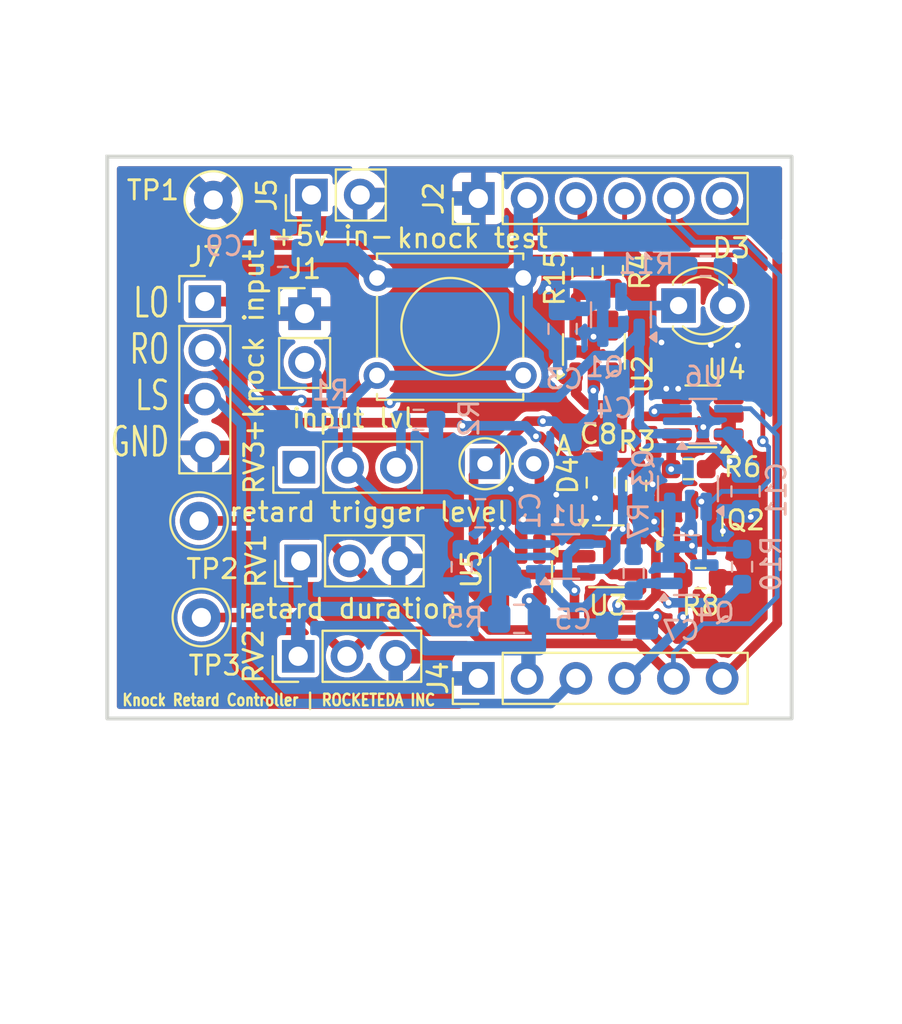
<source format=kicad_pcb>
(kicad_pcb (version 20240108) (generator "pcbnew") (generator_version "8.0")
  (layers (0 "F.Cu" signal) (31 "B.Cu" signal) (34 "B.Paste" user) (35 "F.Paste" user) (36 "B.SilkS" user "B.Silkscreen") (37 "F.SilkS" user "F.Silkscreen") (38 "B.Mask" user) (39 "F.Mask" user) (44 "Edge.Cuts" user))
  (net 0 "")
  (net 1 "GND")
  (net 2 "Net-(D4-K)")
  (net 3 "+5V")
  (net 4 "Net-(U1-IN+)")
  (net 5 "Net-(D4-A)")
  (net 6 "Net-(D3-K)")
  (net 7 "Net-(R2-Pad1)")
  (net 8 "Net-(C1-Pad1)")
  (net 9 "retarder_in")
  (net 10 "Net-(D3-A)")
  (net 12 "Net-(U2-IN)")
  (net 13 "Net-(U4-D)")
  (net 14 "Net-(J1-Pin_2)")
  (net 15 "log_out")
  (net 16 "retarder_out")
  (net 17 "log_sync")
  (net 18 "retard_trig_lvl")
  (net 19 "retarder_trig")
  (net 20 "retard duration")
  (net 21 "Net-(Q3-D)")
  (net 22 "Net-(Q4-G)")
  (footprint "Resistor_SMD:R_0603_1608Metric_Pad0.98x0.95mm_HandSolder" (layer "F.Cu") (at 11.58 19.78 180)
    (property "Reference" "R8" (at 0 -1.43 180) (layer "F.SilkS"))
    (property "Value" "10k")
    (pad "1" smd roundrect (at -0.9125 0 180) (size 0.975 0.95) (layers "F.Cu" "F.Paste" "F.Mask") (net 1 "GND"))
    (pad "2" smd roundrect (at 0.9125 0 180) (size 0.975 0.95) (layers "F.Cu" "F.Paste" "F.Mask") (net 9 "retarder_in"))
  )
  (footprint "Connector_PinHeader_2.54mm:PinHeader_1x02_P2.54mm_Vertical" (layer "F.Cu") (at -9.05 6)
    (property "Reference" "J1" (at 0 -2.33 360) (layer "F.SilkS"))
    (property "Value" "+knock input-" (at -2.65 1.075 90) (layer "F.SilkS"))
    (pad "1" thru_hole rect (at 0 0) (size 1.7 1.7) (drill 1) (layers "*.Cu" "*.Mask") (net 1 "GND"))
    (pad "2" thru_hole oval (at 0 2.54) (size 1.7 1.7) (drill 1) (layers "*.Cu" "*.Mask") (net 14 "Net-(J1-Pin_2)"))
  )
  (footprint "Connector_PinHeader_2.54mm:PinHeader_1x03_P2.54mm_Vertical" (layer "F.Cu") (at -9.385 23.85 90)
    (property "Reference" "RV2" (at 0 -2.33 270) (layer "F.SilkS"))
    (property "Value" "retard duration" (at 2.48 2.58 360) (layer "F.SilkS"))
    (pad "1" thru_hole rect (at 0 0 90) (size 1.7 1.7) (drill 1) (layers "*.Cu" "*.Mask") (net 3 "+5V"))
    (pad "2" thru_hole oval (at 0 2.54 90) (size 1.7 1.7) (drill 1) (layers "*.Cu" "*.Mask") (net 20 "retard duration"))
    (pad "3" thru_hole oval (at 0 5.08 90) (size 1.7 1.7) (drill 1) (layers "*.Cu" "*.Mask") (net 1 "GND"))
  )
  (footprint "Connector_PinHeader_2.54mm:PinHeader_1x04_P2.54mm_Vertical" (layer "F.Cu") (at -14.25 5.37)
    (property "Reference" "J7" (at 0 -2.33 360) (layer "F.SilkS"))
    (property "Value" "Conn_01x04")
    (pad "1" thru_hole rect (at 0 0) (size 1.7 1.7) (drill 1) (layers "*.Cu" "*.Mask") (net 15 "log_out"))
    (pad "2" thru_hole oval (at 0 2.54) (size 1.7 1.7) (drill 1) (layers "*.Cu" "*.Mask") (net 16 "retarder_out"))
    (pad "3" thru_hole oval (at 0 5.08) (size 1.7 1.7) (drill 1) (layers "*.Cu" "*.Mask") (net 17 "log_sync"))
    (pad "4" thru_hole oval (at 0 7.62) (size 1.7 1.7) (drill 1) (layers "*.Cu" "*.Mask") (net 1 "GND"))
  )
  (footprint "Package_TO_SOT_SMD:SOT-23-5_HandSoldering" (layer "F.Cu") (at 2.23 19.6 -90)
    (property "Reference" "U5" (at -0.29 2.59 90) (layer "F.SilkS"))
    (property "Value" "AD8628")
    (pad "1" smd roundrect (at -1.35 -0.95 270) (size 1.56 0.65) (layers "F.Cu" "F.Paste" "F.Mask") (net 5 "Net-(D4-A)"))
    (pad "2" smd roundrect (at -1.35 0 270) (size 1.56 0.65) (layers "F.Cu" "F.Paste" "F.Mask") (net 1 "GND"))
    (pad "3" smd roundrect (at -1.35 0.95 270) (size 1.56 0.65) (layers "F.Cu" "F.Paste" "F.Mask") (net 4 "Net-(U1-IN+)"))
    (pad "4" smd roundrect (at 1.35 0.95 270) (size 1.56 0.65) (layers "F.Cu" "F.Paste" "F.Mask") (net 2 "Net-(D4-K)"))
    (pad "5" smd roundrect (at 1.35 -0.95 270) (size 1.56 0.65) (layers "F.Cu" "F.Paste" "F.Mask") (net 3 "+5V"))
  )
  (footprint "Package_TO_SOT_SMD:SOT-23" (layer "F.Cu") (at 11.1575 16.9075 90)
    (property "Reference" "Q2" (at 0.1475 2.7725 0) (layer "F.SilkS"))
    (property "Value" "AO3400A")
    (pad "1" smd roundrect (at -0.9375 -0.95 90) (size 1.475 0.6) (layers "F.Cu" "F.Paste" "F.Mask") (net 9 "retarder_in"))
    (pad "2" smd roundrect (at -0.9375 0.95 90) (size 1.475 0.6) (layers "F.Cu" "F.Paste" "F.Mask") (net 1 "GND"))
    (pad "3" smd roundrect (at 0.9375 0 90) (size 1.475 0.6) (layers "F.Cu" "F.Paste" "F.Mask") (net 19 "retarder_trig"))
  )
  (footprint "Connector_PinHeader_2.54mm:PinHeader_1x02_P2.54mm_Vertical" (layer "F.Cu") (at -8.695 -0.18 90)
    (property "Reference" "J5" (at 0 -2.33 270) (layer "F.SilkS"))
    (property "Value" "+5v in-" (at -2.13 1.115 0) (layer "F.SilkS"))
    (pad "1" thru_hole rect (at 0 0 90) (size 1.7 1.7) (drill 1) (layers "*.Cu" "*.Mask") (net 3 "+5V"))
    (pad "2" thru_hole oval (at 0 2.54 90) (size 1.7 1.7) (drill 1) (layers "*.Cu" "*.Mask") (net 1 "GND"))
  )
  (footprint "Diode_THT:D_DO-35_SOD27_P2.54mm_Vertical_AnodeUp" (layer "F.Cu") (at 0.345686 13.82)
    (property "Reference" "D4" (at 4.324314 0.61 90) (layer "F.SilkS"))
    (property "Value" "1N4148")
    (fp_text user "A" (at 4.114314 -0.93 360) (layer "F.SilkS"))
    (pad "1" thru_hole rect (at 0 0) (size 1.6 1.6) (drill 0.8) (layers "*.Cu" "*.Mask") (net 2 "Net-(D4-K)"))
    (pad "2" thru_hole oval (at 2.54 0) (size 1.6 1.6) (drill 0.8) (layers "*.Cu" "*.Mask") (net 5 "Net-(D4-A)"))
  )
  (footprint "Package_TO_SOT_SMD:SOT-23-5_HandSoldering" (layer "F.Cu") (at 6.67 18.64)
    (property "Reference" "U3" (at 0.09 2.56 0) (layer "F.SilkS"))
    (property "Value" "AD8628" (hide yes))
    (pad "1" smd roundrect (at -1.35 -0.95) (size 1.56 0.65) (layers "F.Cu" "F.Paste" "F.Mask") (net 15 "log_out"))
    (pad "2" smd roundrect (at -1.35 0) (size 1.56 0.65) (layers "F.Cu" "F.Paste" "F.Mask") (net 1 "GND"))
    (pad "3" smd roundrect (at -1.35 0.95) (size 1.56 0.65) (layers "F.Cu" "F.Paste" "F.Mask") (net 2 "Net-(D4-K)"))
    (pad "4" smd roundrect (at 1.35 0.95) (size 1.56 0.65) (layers "F.Cu" "F.Paste" "F.Mask") (net 15 "log_out"))
    (pad "5" smd roundrect (at 1.35 -0.95) (size 1.56 0.65) (layers "F.Cu" "F.Paste" "F.Mask") (net 3 "+5V"))
  )
  (footprint "Resistor_SMD:R_0603_1608Metric_Pad0.98x0.95mm_HandSolder" (layer "F.Cu") (at 10.9575 14.1)
    (property "Reference" "R6" (at 2.8025 -0.11 360) (layer "F.SilkS"))
    (property "Value" "10k")
    (pad "1" smd roundrect (at -0.9125 0) (size 0.975 0.95) (layers "F.Cu" "F.Paste" "F.Mask") (net 21 "Net-(Q3-D)"))
    (pad "2" smd roundrect (at 0.9125 0) (size 0.975 0.95) (layers "F.Cu" "F.Paste" "F.Mask") (net 3 "+5V"))
  )
  (footprint "Connector_PinHeader_2.54mm:PinHeader_1x03_P2.54mm_Vertical" (layer "F.Cu") (at -9.35 14 90)
    (property "Reference" "RV3" (at 0 -2.33 270) (layer "F.SilkS"))
    (property "Value" "input lvl" (at 2.55 2.81 0) (layer "F.SilkS"))
    (pad "1" thru_hole rect (at 0 0 90) (size 1.7 1.7) (drill 1) (layers "*.Cu" "*.Mask"))
    (pad "2" thru_hole oval (at 0 2.54 90) (size 1.7 1.7) (drill 1) (layers "*.Cu" "*.Mask") (net 8 "Net-(C1-Pad1)"))
    (pad "3" thru_hole oval (at 0 5.08 90) (size 1.7 1.7) (drill 1) (layers "*.Cu" "*.Mask") (net 7 "Net-(R2-Pad1)"))
  )
  (footprint "Resistor_SMD:R_0603_1608Metric_Pad0.98x0.95mm_HandSolder" (layer "F.Cu") (at 7.01 3.7675 -90)
    (property "Reference" "R4" (at 0.03 -1.41 90) (layer "F.SilkS"))
    (property "Value" "10k" (hide yes))
    (pad "1" smd roundrect (at -0.9125 0 270) (size 0.975 0.95) (layers "F.Cu" "F.Paste" "F.Mask") (net 1 "GND"))
    (pad "2" smd roundrect (at 0.9125 0 270) (size 0.975 0.95) (layers "F.Cu" "F.Paste" "F.Mask") (net 12 "Net-(U2-IN)"))
  )
  (footprint "Button_Switch_THT:SW_Tactile_Straight_KSA0Axx1LFTR" (layer "F.Cu") (at -5.28 4.14)
    (property "Reference" "SW1" (hide yes))
    (property "Value" "knock test" (at 4.97 -2.07 180) (layer "F.SilkS"))
    (pad "1" thru_hole circle (at 0 0) (size 1.397 1.397) (drill 0.8128) (layers "*.Cu" "*.Mask") (net 3 "+5V"))
    (pad "1" thru_hole circle (at 7.62 0) (size 1.397 1.397) (drill 0.8128) (layers "*.Cu" "*.Mask") (net 3 "+5V"))
    (pad "2" thru_hole circle (at 0 5.08) (size 1.397 1.397) (drill 0.8128) (layers "*.Cu" "*.Mask") (net 8 "Net-(C1-Pad1)"))
    (pad "2" thru_hole circle (at 7.62 5.08) (size 1.397 1.397) (drill 0.8128) (layers "*.Cu" "*.Mask") (net 8 "Net-(C1-Pad1)"))
  )
  (footprint "TestPoint:TestPoint_Loop_D1.80mm_Drill1.0mm_Beaded" (layer "F.Cu") (at -13.81 0.08)
    (property "Reference" "TP1" (at -3.14 -0.51 0) (layer "F.SilkS"))
    (property "Value" "GND")
    (pad "1" thru_hole circle (at 0 0) (size 2 2) (drill 1) (layers "*.Cu" "*.Mask") (net 1 "GND"))
  )
  (footprint "TestPoint:TestPoint_Loop_D1.80mm_Drill1.0mm_Beaded" (layer "F.Cu") (at -14.43 21.83)
    (property "Reference" "TP3" (at 0.7 2.5 0) (layer "F.SilkS"))
    (property "Value" "~")
    (pad "1" thru_hole circle (at 0 0) (size 2 2) (drill 1) (layers "*.Cu" "*.Mask") (net 20 "retard duration"))
  )
  (footprint "Resistor_SMD:R_0603_1608Metric_Pad0.98x0.95mm_HandSolder" (layer "F.Cu") (at 5.42 3.8875 -90)
    (property "Reference" "R15" (at 0.2625 1.44 90) (layer "F.SilkS"))
    (property "Value" "100" (hide yes))
    (pad "1" smd roundrect (at -0.9125 0 270) (size 0.975 0.95) (layers "F.Cu" "F.Paste" "F.Mask") (net 17 "log_sync"))
    (pad "2" smd roundrect (at 0.9125 0 270) (size 0.975 0.95) (layers "F.Cu" "F.Paste" "F.Mask") (net 12 "Net-(U2-IN)"))
  )
  (footprint "LED_THT:LED_D3.0mm" (layer "F.Cu") (at 10.43 5.58)
    (property "Reference" "D3" (at 2.745 -2.99 360) (layer "F.SilkS"))
    (property "Value" "retarder active" (hide yes))
    (pad "1" thru_hole rect (at 0 0) (size 1.8 1.8) (drill 0.9) (layers "*.Cu" "*.Mask") (net 6 "Net-(D3-K)"))
    (pad "2" thru_hole circle (at 2.54 0) (size 1.8 1.8) (drill 0.9) (layers "*.Cu" "*.Mask") (net 10 "Net-(D3-A)"))
  )
  (footprint "Connector_PinHeader_2.54mm:PinHeader_1x03_P2.54mm_Vertical" (layer "F.Cu") (at -9.255 18.88 90)
    (property "Reference" "RV1" (at 0 -2.33 270) (layer "F.SilkS"))
    (property "Value" "retard trigger level" (at 2.55 3.525 360) (layer "F.SilkS"))
    (pad "1" thru_hole rect (at 0 0 90) (size 1.7 1.7) (drill 1) (layers "*.Cu" "*.Mask") (net 3 "+5V"))
    (pad "2" thru_hole oval (at 0 2.54 90) (size 1.7 1.7) (drill 1) (layers "*.Cu" "*.Mask") (net 18 "retard_trig_lvl"))
    (pad "3" thru_hole oval (at 0 5.08 90) (size 1.7 1.7) (drill 1) (layers "*.Cu" "*.Mask") (net 1 "GND"))
  )
  (footprint "Package_TO_SOT_SMD:SOT-23-6_Handsoldering" (layer "F.Cu") (at 6.02 7.97 90)
    (property "Reference" "U2" (at -1.19 2.53 270) (layer "F.SilkS"))
    (property "Value" "ADG601" (hide yes))
    (pad "1" smd roundrect (at -1.35 -0.95 90) (size 1.56 0.65) (layers "F.Cu" "F.Paste" "F.Mask") (net 3 "+5V"))
    (pad "2" smd roundrect (at -1.35 0 90) (size 1.56 0.65) (layers "F.Cu" "F.Paste" "F.Mask") (net 2 "Net-(D4-K)"))
    (pad "3" smd roundrect (at -1.35 0.95 90) (size 1.56 0.65) (layers "F.Cu" "F.Paste" "F.Mask") (net 1 "GND"))
    (pad "4" smd roundrect (at 1.35 0.95 90) (size 1.56 0.65) (layers "F.Cu" "F.Paste" "F.Mask") (net 1 "GND"))
    (pad "5" smd roundrect (at 1.35 0 90) (size 1.56 0.65) (layers "F.Cu" "F.Paste" "F.Mask") (net 1 "GND"))
    (pad "6" smd roundrect (at 1.35 -0.95 90) (size 1.56 0.65) (layers "F.Cu" "F.Paste" "F.Mask") (net 12 "Net-(U2-IN)"))
  )
  (footprint "Connector_PinHeader_2.54mm:PinHeader_1x06_P2.54mm_Vertical" (layer "F.Cu") (at 0 25 90)
    (property "Reference" "J4" (at 0.02 -2.1 270) (layer "F.SilkS"))
    (property "Value" "Conn_01x06")
    (pad "1" thru_hole rect (at 0 0 90) (size 1.7 1.7) (drill 1) (layers "*.Cu" "*.Mask") (net 1 "GND"))
    (pad "2" thru_hole oval (at 0 2.54 90) (size 1.7 1.7) (drill 1) (layers "*.Cu" "*.Mask") (net 3 "+5V"))
    (pad "3" thru_hole oval (at 0 5.08 90) (size 1.7 1.7) (drill 1) (layers "*.Cu" "*.Mask") (net 17 "log_sync"))
    (pad "4" thru_hole oval (at 0 7.62 90) (size 1.7 1.7) (drill 1) (layers "*.Cu" "*.Mask") (net 9 "retarder_in"))
    (pad "5" thru_hole oval (at 0 10.16 90) (size 1.7 1.7) (drill 1) (layers "*.Cu" "*.Mask") (net 20 "retard duration"))
    (pad "6" thru_hole oval (at 0 12.7 90) (size 1.7 1.7) (drill 1) (layers "*.Cu" "*.Mask") (net 18 "retard_trig_lvl"))
  )
  (footprint "Resistor_SMD:R_0603_1608Metric_Pad0.98x0.95mm_HandSolder" (layer "F.Cu") (at 8.22 14.96 90)
    (property "Reference" "R3" (at 2.31 0.05 0) (layer "F.SilkS"))
    (property "Value" "10M" (hide yes))
    (pad "1" smd roundrect (at -0.9125 0 90) (size 0.975 0.95) (layers "F.Cu" "F.Paste" "F.Mask") (net 1 "GND"))
    (pad "2" smd roundrect (at 0.9125 0 90) (size 0.975 0.95) (layers "F.Cu" "F.Paste" "F.Mask") (net 13 "Net-(U4-D)"))
  )
  (footprint "TestPoint:TestPoint_Loop_D1.80mm_Drill1.0mm_Beaded" (layer "F.Cu") (at -14.55 16.8)
    (property "Reference" "TP2" (at 0.7 2.5 0) (layer "F.SilkS"))
    (property "Value" "retard trigger level")
    (pad "1" thru_hole circle (at 0 0) (size 2 2) (drill 1) (layers "*.Cu" "*.Mask") (net 18 "retard_trig_lvl"))
  )
  (footprint "Package_TO_SOT_SMD:SOT-23-6_Handsoldering" (layer "F.Cu") (at 11.69 11.35 180)
    (property "Reference" "U4" (at -1.24 2.45 180) (layer "F.SilkS"))
    (property "Value" "ADG601")
    (pad "1" smd roundrect (at -1.35 -0.95 180) (size 1.56 0.65) (layers "F.Cu" "F.Paste" "F.Mask") (net 3 "+5V"))
    (pad "2" smd roundrect (at -1.35 0 180) (size 1.56 0.65) (layers "F.Cu" "F.Paste" "F.Mask") (net 3 "+5V"))
    (pad "3" smd roundrect (at -1.35 0.95 180) (size 1.56 0.65) (layers "F.Cu" "F.Paste" "F.Mask") (net 1 "GND"))
    (pad "4" smd roundrect (at 1.35 0.95 180) (size 1.56 0.65) (layers "F.Cu" "F.Paste" "F.Mask") (net 1 "GND"))
    (pad "5" smd roundrect (at 1.35 0 180) (size 1.56 0.65) (layers "F.Cu" "F.Paste" "F.Mask") (net 13 "Net-(U4-D)"))
    (pad "6" smd roundrect (at 1.35 -0.95 180) (size 1.56 0.65) (layers "F.Cu" "F.Paste" "F.Mask") (net 21 "Net-(Q3-D)"))
  )
  (footprint "Connector_PinHeader_2.54mm:PinHeader_1x06_P2.54mm_Vertical" (layer "F.Cu") (at 0 0 90)
    (property "Reference" "J2" (at 0 -2.33 90) (layer "F.SilkS"))
    (property "Value" "Conn_01x06")
    (pad "1" thru_hole rect (at 0 0 90) (size 1.7 1.7) (drill 1) (layers "*.Cu" "*.Mask") (net 1 "GND"))
    (pad "2" thru_hole oval (at 0 2.54 90) (size 1.7 1.7) (drill 1) (layers "*.Cu" "*.Mask") (net 3 "+5V"))
    (pad "3" thru_hole oval (at 0 5.08 90) (size 1.7 1.7) (drill 1) (layers "*.Cu" "*.Mask") (net 17 "log_sync"))
    (pad "4" thru_hole oval (at 0 7.62 90) (size 1.7 1.7) (drill 1) (layers "*.Cu" "*.Mask") (net 19 "retarder_trig"))
    (pad "5" thru_hole oval (at 0 10.16 90) (size 1.7 1.7) (drill 1) (layers "*.Cu" "*.Mask") (net 20 "retard duration"))
    (pad "6" thru_hole oval (at 0 12.7 90) (size 1.7 1.7) (drill 1) (layers "*.Cu" "*.Mask") (net 18 "retard_trig_lvl"))
  )
  (footprint "Capacitor_SMD:C_0805_2012Metric_Pad1.18x1.45mm_HandSolder" (layer "F.Cu") (at 6.38 14.8 90)
    (property "Reference" "C8" (at 2.52 -0.12 0) (layer "F.SilkS"))
    (property "Value" "1uF")
    (pad "1" smd roundrect (at -1.0375 0 90) (size 1.175 1.45) (layers "F.Cu" "F.Paste" "F.Mask") (roundrect_rratio 0.212766) (net 1 "GND"))
    (pad "2" smd roundrect (at 1.0375 0 90) (size 1.175 1.45) (layers "F.Cu" "F.Paste" "F.Mask") (roundrect_rratio 0.212766) (net 13 "Net-(U4-D)"))
  )
  (footprint "Package_TO_SOT_SMD:SOT-23" (layer "B.Cu") (at 7.43 6.06 90)
    (property "Reference" "Q1" (at -2.72 -0.84 0) (layer "B.SilkS") (effects (justify mirror)))
    (property "Value" "AO3400A")
    (pad "1" smd roundrect (at -0.9375 0.95 90) (size 1.475 0.6) (layers "B.Cu" "B.Paste" "B.Mask") (net 16 "retarder_out"))
    (pad "2" smd roundrect (at -0.9375 -0.95 90) (size 1.475 0.6) (layers "B.Cu" "B.Paste" "B.Mask") (net 1 "GND"))
    (pad "3" smd roundrect (at 0.9375 0 90) (size 1.475 0.6) (layers "B.Cu" "B.Paste" "B.Mask") (net 6 "Net-(D3-K)"))
  )
  (footprint "Package_TO_SOT_SMD:SOT-23" (layer "B.Cu") (at 10.84 19.1)
    (property "Reference" "Q4" (at 1.51 2.47 360) (layer "B.SilkS") (effects (justify mirror)))
    (property "Value" "AO3400A")
    (pad "1" smd roundrect (at -0.9375 0.95) (size 1.475 0.6) (layers "B.Cu" "B.Paste" "B.Mask") (net 22 "Net-(Q4-G)"))
    (pad "2" smd roundrect (at -0.9375 -0.95) (size 1.475 0.6) (layers "B.Cu" "B.Paste" "B.Mask") (net 1 "GND"))
    (pad "3" smd roundrect (at 0.9375 0) (size 1.475 0.6) (layers "B.Cu" "B.Paste" "B.Mask") (net 19 "retarder_trig"))
  )
  (footprint "Resistor_SMD:R_0603_1608Metric_Pad0.98x0.95mm_HandSolder" (layer "B.Cu") (at -3.12 11.53)
    (property "Reference" "R2" (at 2.6425 -0.085 90) (layer "B.SilkS") (effects (justify mirror)))
    (property "Value" "100k" (hide yes))
    (pad "1" smd roundrect (at -0.9125 0) (size 0.975 0.95) (layers "B.Cu" "B.Paste" "B.Mask") (net 7 "Net-(R2-Pad1)"))
    (pad "2" smd roundrect (at 0.9125 0) (size 0.975 0.95) (layers "B.Cu" "B.Paste" "B.Mask") (net 1 "GND"))
  )
  (footprint "Capacitor_SMD:C_0805_2012Metric_Pad1.18x1.45mm_HandSolder" (layer "B.Cu") (at 13.92 15.26 90)
    (property "Reference" "C11" (at 0.07 1.61 270) (layer "B.SilkS") (effects (justify mirror)))
    (property "Value" "100nF" (hide yes))
    (pad "1" smd roundrect (at -1.0375 0 90) (size 1.175 1.45) (layers "B.Cu" "B.Paste" "B.Mask") (roundrect_rratio 0.212766) (net 1 "GND"))
    (pad "2" smd roundrect (at 1.0375 0 90) (size 1.175 1.45) (layers "B.Cu" "B.Paste" "B.Mask") (roundrect_rratio 0.212766) (net 3 "+5V"))
  )
  (footprint "Package_TO_SOT_SMD:SOT-353_SC-70-5_Handsoldering" (layer "B.Cu") (at 4.56 18.65)
    (property "Reference" "U1" (at 0.1 -2.1125 360) (layer "B.SilkS") (effects (justify mirror)))
    (property "Value" "NCS2250" (hide yes))
    (pad "1" smd roundrect (at -1.33 0.65) (size 1.5 0.4) (layers "B.Cu" "B.Paste" "B.Mask") (net 22 "Net-(Q4-G)"))
    (pad "2" smd roundrect (at -1.33 0) (size 1.5 0.4) (layers "B.Cu" "B.Paste" "B.Mask") (net 1 "GND"))
    (pad "3" smd roundrect (at -1.33 -0.65) (size 1.5 0.4) (layers "B.Cu" "B.Paste" "B.Mask") (net 4 "Net-(U1-IN+)"))
    (pad "4" smd roundrect (at 1.33 -0.65) (size 1.5 0.4) (layers "B.Cu" "B.Paste" "B.Mask") (net 18 "retard_trig_lvl"))
    (pad "5" smd roundrect (at 1.33 0.65) (size 1.5 0.4) (layers "B.Cu" "B.Paste" "B.Mask") (net 3 "+5V"))
  )
  (footprint "Resistor_SMD:R_0603_1608Metric_Pad0.98x0.95mm_HandSolder" (layer "B.Cu") (at 13.74 19.1825 -90)
    (property "Reference" "R10" (at -0.1525 -1.51 90) (layer "B.SilkS") (effects (justify mirror)))
    (property "Value" "10k")
    (pad "1" smd roundrect (at -0.9125 0 270) (size 0.975 0.95) (layers "B.Cu" "B.Paste" "B.Mask") (net 19 "retarder_trig"))
    (pad "2" smd roundrect (at 0.9125 0 270) (size 0.975 0.95) (layers "B.Cu" "B.Paste" "B.Mask") (net 3 "+5V"))
  )
  (footprint "Capacitor_SMD:C_0805_2012Metric_Pad1.18x1.45mm_HandSolder" (layer "B.Cu") (at -10.1825 2.83 180)
    (property "Reference" "C9" (at 3.07 0.35 180) (layer "B.SilkS") (effects (justify mirror)))
    (property "Value" "10uF" (hide yes))
    (pad "1" smd roundrect (at -1.0375 0 180) (size 1.175 1.45) (layers "B.Cu" "B.Paste" "B.Mask") (roundrect_rratio 0.212766) (net 3 "+5V"))
    (pad "2" smd roundrect (at 1.0375 0 180) (size 1.175 1.45) (layers "B.Cu" "B.Paste" "B.Mask") (roundrect_rratio 0.212766) (net 1 "GND"))
  )
  (footprint "Package_TO_SOT_SMD:SOT-23" (layer "B.Cu") (at 10.92 15.1225 90)
    (property "Reference" "Q3" (at 1.0825 -2.34 270) (layer "B.SilkS") (effects (justify mirror)))
    (property "Value" "AO3400A")
    (pad "1" smd roundrect (at -0.9375 0.95 90) (size 1.475 0.6) (layers "B.Cu" "B.Paste" "B.Mask") (net 19 "retarder_trig"))
    (pad "2" smd roundrect (at -0.9375 -0.95 90) (size 1.475 0.6) (layers "B.Cu" "B.Paste" "B.Mask") (net 1 "GND"))
    (pad "3" smd roundrect (at 0.9375 0 90) (size 1.475 0.6) (layers "B.Cu" "B.Paste" "B.Mask") (net 21 "Net-(Q3-D)"))
  )
  (footprint "Capacitor_SMD:C_0805_2012Metric_Pad1.18x1.45mm_HandSolder" (layer "B.Cu") (at 4.39 6.7925 -90)
    (property "Reference" "C3" (at 2.6175 -0.08 180) (layer "B.SilkS") (effects (justify mirror)))
    (property "Value" "100nF")
    (pad "1" smd roundrect (at -1.0375 0 270) (size 1.175 1.45) (layers "B.Cu" "B.Paste" "B.Mask") (roundrect_rratio 0.212766) (net 1 "GND"))
    (pad "2" smd roundrect (at 1.0375 0 270) (size 1.175 1.45) (layers "B.Cu" "B.Paste" "B.Mask") (roundrect_rratio 0.212766) (net 3 "+5V"))
  )
  (footprint "Capacitor_SMD:C_0805_2012Metric_Pad1.18x1.45mm_HandSolder" (layer "B.Cu") (at 2.12 21.9)
    (property "Reference" "C5" (at 2.8175 0.03 0) (layer "B.SilkS") (effects (justify mirror)))
    (property "Value" "100nF" (hide yes))
    (pad "1" smd roundrect (at -1.0375 0) (size 1.175 1.45) (layers "B.Cu" "B.Paste" "B.Mask") (roundrect_rratio 0.212766) (net 1 "GND"))
    (pad "2" smd roundrect (at 1.0375 0) (size 1.175 1.45) (layers "B.Cu" "B.Paste" "B.Mask") (roundrect_rratio 0.212766) (net 3 "+5V"))
  )
  (footprint "Resistor_SMD:R_0603_1608Metric_Pad0.98x0.95mm_HandSolder" (layer "B.Cu") (at 11.8375 3.52 180)
    (property "Reference" "R11" (at 3.0975 0.11 180) (layer "B.SilkS") (effects (justify mirror)))
    (property "Value" "300" (hide yes))
    (pad "1" smd roundrect (at -0.9125 0 180) (size 0.975 0.95) (layers "B.Cu" "B.Paste" "B.Mask") (net 10 "Net-(D3-A)"))
    (pad "2" smd roundrect (at 0.9125 0 180) (size 0.975 0.95) (layers "B.Cu" "B.Paste" "B.Mask") (net 3 "+5V"))
  )
  (footprint "Capacitor_SMD:C_0805_2012Metric_Pad1.18x1.45mm_HandSolder" (layer "B.Cu") (at 0.1 16.4)
    (property "Reference" "C1" (at 2.61 -0.14 90) (layer "B.SilkS") (effects (justify mirror)))
    (property "Value" "100nF" (hide yes))
    (pad "1" smd roundrect (at -1.0375 0) (size 1.175 1.45) (layers "B.Cu" "B.Paste" "B.Mask") (roundrect_rratio 0.212766) (net 8 "Net-(C1-Pad1)"))
    (pad "2" smd roundrect (at 1.0375 0) (size 1.175 1.45) (layers "B.Cu" "B.Paste" "B.Mask") (roundrect_rratio 0.212766) (net 4 "Net-(U1-IN+)"))
  )
  (footprint "Resistor_SMD:R_0603_1608Metric_Pad0.98x0.95mm_HandSolder" (layer "B.Cu") (at 8.09 19.52 -90)
    (property "Reference" "R7" (at -2.7175 -0.26 90) (layer "B.SilkS") (effects (justify mirror)))
    (property "Value" "10k")
    (pad "1" smd roundrect (at -0.9125 0 270) (size 0.975 0.95) (layers "B.Cu" "B.Paste" "B.Mask") (net 1 "GND"))
    (pad "2" smd roundrect (at 0.9125 0 270) (size 0.975 0.95) (layers "B.Cu" "B.Paste" "B.Mask") (net 22 "Net-(Q4-G)"))
  )
  (footprint "Capacitor_SMD:C_0805_2012Metric_Pad1.18x1.45mm_HandSolder" (layer "B.Cu") (at 5.83 12.44 180)
    (property "Reference" "C4" (at -1.26 1.51 180) (layer "B.SilkS") (effects (justify mirror)))
    (property "Value" "100nF" (hide yes))
    (pad "1" smd roundrect (at -1.0375 0 180) (size 1.175 1.45) (layers "B.Cu" "B.Paste" "B.Mask") (roundrect_rratio 0.212766) (net 1 "GND"))
    (pad "2" smd roundrect (at 1.0375 0 180) (size 1.175 1.45) (layers "B.Cu" "B.Paste" "B.Mask") (roundrect_rratio 0.212766) (net 2 "Net-(D4-K)"))
  )
  (footprint "Resistor_SMD:R_0603_1608Metric_Pad0.98x0.95mm_HandSolder" (layer "B.Cu") (at -7.5 11.41)
    (property "Reference" "R1" (at -0.2075 -1.41 360) (layer "B.SilkS") (effects (justify mirror)))
    (property "Value" "2.7M" (hide yes))
    (pad "1" smd roundrect (at -0.9125 0) (size 0.975 0.95) (layers "B.Cu" "B.Paste" "B.Mask") (net 14 "Net-(J1-Pin_2)"))
    (pad "2" smd roundrect (at 0.9125 0) (size 0.975 0.95) (layers "B.Cu" "B.Paste" "B.Mask") (net 8 "Net-(C1-Pad1)"))
  )
  (footprint "Package_TO_SOT_SMD:SOT-353_SC-70-5_Handsoldering" (layer "B.Cu") (at 11.7 11.6025)
    (property "Reference" "U6" (at 0.0375 -2.33 360) (layer "B.SilkS") (effects (justify mirror)))
    (property "Value" "NCS2250" (hide yes))
    (pad "1" smd roundrect (at -1.33 0.65) (size 1.5 0.4) (layers "B.Cu" "B.Paste" "B.Mask") (net 16 "retarder_out"))
    (pad "2" smd roundrect (at -1.33 0) (size 1.5 0.4) (layers "B.Cu" "B.Paste" "B.Mask") (net 1 "GND"))
    (pad "3" smd roundrect (at -1.33 -0.65) (size 1.5 0.4) (layers "B.Cu" "B.Paste" "B.Mask") (net 13 "Net-(U4-D)"))
    (pad "4" smd roundrect (at 1.33 -0.65) (size 1.5 0.4) (layers "B.Cu" "B.Paste" "B.Mask") (net 20 "retard duration"))
    (pad "5" smd roundrect (at 1.33 0.65) (size 1.5 0.4) (layers "B.Cu" "B.Paste" "B.Mask") (net 3 "+5V"))
  )
  (footprint "Resistor_SMD:R_0603_1608Metric_Pad0.98x0.95mm_HandSolder" (layer "B.Cu") (at -0.87 19.1925 -90)
    (property "Reference" "R5" (at 2.64 -0.16 180) (layer "B.SilkS") (effects (justify mirror)))
    (property "Value" "3M")
    (pad "1" smd roundrect (at -0.9125 0 270) (size 0.975 0.95) (layers "B.Cu" "B.Paste" "B.Mask") (net 4 "Net-(U1-IN+)"))
    (pad "2" smd roundrect (at 0.9125 0 270) (size 0.975 0.95) (layers "B.Cu" "B.Paste" "B.Mask") (net 1 "GND"))
  )
  (footprint "Capacitor_SMD:C_0805_2012Metric_Pad1.18x1.45mm_HandSolder" (layer "B.Cu") (at 7.7375 22.25 180)
    (property "Reference" "C7" (at -2.8125 -0.26 180) (layer "B.SilkS") (effects (justify mirror)))
    (property "Value" "100nF")
    (pad "1" smd roundrect (at -1.0375 0 180) (size 1.175 1.45) (layers "B.Cu" "B.Paste" "B.Mask") (roundrect_rratio 0.212766) (net 1 "GND"))
    (pad "2" smd roundrect (at 1.0375 0 180) (size 1.175 1.45) (layers "B.Cu" "B.Paste" "B.Mask") (roundrect_rratio 0.212766) (net 3 "+5V"))
  )
  (gr_rect (start -19.33 -2.18) (end 16.32 27.09) (stroke (width 0.2)) (fill none) (layer "Edge.Cuts"))
  (gr_text "LO\nRO\nLS\nGND" (at -16.01 13.56 0) (layer "F.SilkS") (effects (font (size 1.5 1)) (justify right bottom)))
  (gr_text "Knock Retard Controller | ROCKETEDA INC" (at -18.61 26.48 0) (layer "F.SilkS") (effects (font (size 0.6 0.5) (thickness 0.125) (bold yes)) (justify left bottom)))
  (via (at 9.26 21.78) (size 0.6) (drill 0.3) (layers "F.Cu" "B.Cu") (net 1))
  (via (at 9.79 9.91) (size 0.6) (drill 0.3) (layers "F.Cu" "B.Cu") (net 1))
  (via (at 1.69 15.13) (size 0.6) (drill 0.3) (layers "F.Cu" "B.Cu") (net 1))
  (via (at 6 7.2) (size 0.6) (drill 0.3) (layers "F.Cu" "B.Cu") (net 1))
  (via (at 10.41 9.91) (size 0.6) (drill 0.3) (layers "F.Cu" "B.Cu") (net 1))
  (via (at 11.72 11.91) (size 0.6) (drill 0.3) (layers "F.Cu" "B.Cu") (net 1))
  (via (at 11.13 18.09) (size 0.6) (drill 0.3) (layers "F.Cu" "B.Cu") (net 1))
  (via (at 6.08 15.61) (size 0.6) (drill 0.3) (layers "F.Cu" "B.Cu") (net 1))
  (via (at 12.74 17.33) (size 0.6) (drill 0.3) (layers "F.Cu" "B.Cu") (net 1))
  (via (at 2.33 16.72) (size 0.6) (drill 0.3) (layers "F.Cu" "B.Cu") (net 1))
  (via (at 9.08 14.89) (size 0.6) (drill 0.3) (layers "F.Cu" "B.Cu") (net 1))
  (via (at 12.11 7.63) (size 0.6) (drill 0.3) (layers "F.Cu" "B.Cu") (net 1))
  (via (at 13.52 7.65) (size 0.6) (drill 0.3) (layers "F.Cu" "B.Cu") (net 1))
  (via (at 3.65 4.7) (size 0.6) (drill 0.3) (layers "F.Cu" "B.Cu") (net 1))
  (via (at 4.06 15.43) (size 0.6) (drill 0.3) (layers "F.Cu" "B.Cu") (net 1))
  (via (at 9.16 16.83) (size 0.6) (drill 0.3) (layers "F.Cu" "B.Cu") (net 1))
  (via (at 9.54 7.5) (size 0.6) (drill 0.3) (layers "F.Cu" "B.Cu") (net 1))
  (via (at 14.19 16.59) (size 0.6) (drill 0.3) (layers "F.Cu" "B.Cu") (net 1))
  (via (at 6.24 16.65) (size 0.6) (drill 0.3) (layers "F.Cu" "B.Cu") (net 1))
  (via (at 11.08 17.4) (size 0.6) (drill 0.3) (layers "F.Cu" "B.Cu") (net 1))
  (via (at 4.07 16.76) (size 0.6) (drill 0.3) (layers "F.Cu" "B.Cu") (net 1))
  (segment (start 3.36 11.6) (end 2.565686 11.6) (width 0.5) (layer "F.Cu") (net 2))
  (segment (start 1.28 20.95) (end 1.28 19.59) (width 0.5) (layer "F.Cu") (net 2))
  (segment (start -0.25 19.03) (end -0.25 14.415686) (width 0.5) (layer "F.Cu") (net 2))
  (segment (start 2.565686 11.6) (end 0.345686 13.82) (width 0.5) (layer "F.Cu") (net 2))
  (segment (start 6.02 9.98) (end 5.99 10.01) (width 0.5) (layer "F.Cu") (net 2))
  (segment (start 0.31 19.59) (end -0.25 19.03) (width 0.5) (layer "F.Cu") (net 2))
  (segment (start -0.25 14.415686) (end 0.345686 13.82) (width 0.5) (layer "F.Cu") (net 2))
  (segment (start 6.02 9.32) (end 6.02 9.98) (width 0.5) (layer "F.Cu") (net 2))
  (segment (start 1.28 19.59) (end 5.32 19.59) (width 0.5) (layer "F.Cu") (net 2))
  (segment (start 1.28 19.59) (end 0.31 19.59) (width 0.5) (layer "F.Cu") (net 2))
  (via (at 5.99 10.01) (size 0.6) (drill 0.3) (layers "F.Cu" "B.Cu") (net 2))
  (via (at 3.36 11.6) (size 0.6) (drill 0.3) (layers "F.Cu" "B.Cu") (net 2))
  (segment (start 3.9525 11.6) (end 4.7925 12.44) (width 0.5) (layer "B.Cu") (net 2))
  (segment (start 5.99 10.01) (end 5.99 11.2425) (width 0.5) (layer "B.Cu") (net 2))
  (segment (start 3.36 11.6) (end 3.9525 11.6) (width 0.5) (layer "B.Cu") (net 2))
  (segment (start 5.99 11.2425) (end 4.7925 12.44) (width 0.5) (layer "B.Cu") (net 2))
  (segment (start 10.750708 9.16) (end 9.41 9.16) (width 0.5) (layer "F.Cu") (net 3))
  (segment (start 8.7575 21.1825) (end 7.27 21.1825) (width 0.5) (layer "F.Cu") (net 3))
  (segment (start 7.81 10.76) (end 5.679339 10.76) (width 0.5) (layer "F.Cu") (net 3))
  (segment (start 13.04 11.35) (end 12.260001 11.35) (width 0.5) (layer "F.Cu") (net 3))
  (segment (start 11.66 10.069292) (end 10.750708 9.16) (width 0.5) (layer "F.Cu") (net 3))
  (segment (start 9.91 21.06) (end 9.54 20.69) (width 0.5) (layer "F.Cu") (net 3))
  (segment (start 13.04 11.35) (end 13.04 12.3) (width 0.75) (layer "F.Cu") (net 3))
  (segment (start 2.64 20.94) (end 3.17 20.94) (width 0.75) (layer "F.Cu") (net 3))
  (segment (start 13.04 12.93) (end 13.04 12.3) (width 0.75) (layer "F.Cu") (net 3))
  (segment (start 5.679339 10.76) (end 5.07 10.150661) (width 0.5) (layer "F.Cu") (net 3))
  (segment (start 3.17 20.94) (end 3.18 20.95) (width 0.75) (layer "F.Cu") (net 3))
  (segment (start 5.07 10.150661) (end 5.07 9.32) (width 0.5) (layer "F.Cu") (net 3))
  (segment (start 9.41 9.16) (end 7.81 10.76) (width 0.5) (layer "F.Cu") (net 3))
  (segment (start 5.07 9.32) (end 4.52 9.32) (width 0.75) (layer "F.Cu") (net 3))
  (segment (start 4.52 9.32) (end 4.26 9.06) (width 0.75) (layer "F.Cu") (net 3))
  (segment (start 9.25 18.13) (end 9.25 20.69) (width 0.5) (layer "F.Cu") (net 3))
  (segment (start 7.55 17.22) (end 8.02 17.69) (width 0.5) (layer "F.Cu") (net 3))
  (segment (start 8.81 17.69) (end 9.25 18.13) (width 0.5) (layer "F.Cu") (net 3))
  (segment (start 11.87 14.1) (end 12.63 13.34) (width 0.75) (layer "F.Cu") (net 3))
  (segment (start 9.25 20.69) (end 8.7575 21.1825) (width 0.5) (layer "F.Cu") (net 3))
  (segment (start 7.52 17.22) (end 7.55 17.22) (width 0.5) (layer "F.Cu") (net 3))
  (segment (start 13.09 13.7) (end 12.99 13.7) (width 0.75) (layer "F.Cu") (net 3))
  (segment (start 12.99 13.7) (end 12.63 13.34) (width 0.75) (layer "F.Cu") (net 3))
  (segment (start 12.63 13.34) (end 13.04 12.93) (width 0.75) (layer "F.Cu") (net 3))
  (segment (start 8.02 17.69) (end 8.81 17.69) (width 0.5) (layer "F.Cu") (net 3))
  (segment (start 9.54 20.69) (end 9.25 20.69) (width 0.5) (layer "F.Cu") (net 3))
  (segment (start 11.66 10.749999) (end 11.66 10.069292) (width 0.5) (layer "F.Cu") (net 3))
  (segment (start 12.260001 11.35) (end 11.66 10.749999) (width 0.5) (layer "F.Cu") (net 3))
  (via (at 4.26 9.06) (size 0.6) (drill 0.3) (layers "F.Cu" "B.Cu") (net 3))
  (via (at 13.09 13.7) (size 0.6) (drill 0.3) (layers "F.Cu" "B.Cu") (net 3))
  (via (at 7.52 17.22) (size 0.6) (drill 0.3) (layers "F.Cu" "B.Cu") (net 3))
  (via (at 2.64 20.94) (size 0.6) (drill 0.3) (layers "F.Cu" "B.Cu") (net 3))
  (via (at 9.91 21.06) (size 0.6) (drill 0.3) (layers "F.Cu" "B.Cu") (net 3))
  (via (at 7.27 21.1825) (size 0.6) (drill 0.3) (layers "F.Cu" "B.Cu") (net 3))
  (segment (start -2.709745 23.43) (end -4.759745 21.38) (width 0.75) (layer "B.Cu") (net 3))
  (segment (start -5.28 4.14) (end 2.34 4.14) (width 1) (layer "B.Cu") (net 3))
  (segment (start 13.92 13.1425) (end 13.03 12.2525) (width 0.75) (layer "B.Cu") (net 3))
  (segment (start 2.34 5.86793) (end 4.30207 7.83) (width 1) (layer "B.Cu") (net 3))
  (segment (start 2.96 3.52) (end 2.34 4.14) (width 1) (layer "B.Cu") (net 3))
  (segment (start 13.6125 14.2225) (end 13.09 13.7) (width 0.75) (layer "B.Cu") (net 3))
  (segment (start -8.695 2.38) (end -9.145 2.83) (width 1) (layer "B.Cu") (net 3))
  (segment (start 3.1575 23.43) (end -2.709745 23.43) (width 0.75) (layer "B.Cu") (net 3))
  (segment (start 2.34 4.14) (end 2.34 0.2) (width 1) (layer "B.Cu") (net 3))
  (segment (start 3.1575 21.9) (end 3.1575 21.4575) (width 0.75) (layer "B.Cu") (net 3))
  (segment (start -6.59 2.83) (end -5.28 4.14) (width 1) (layer "B.Cu") (net 3))
  (segment (start -8.92 21.38) (end -8.92 21.36) (width 0.75) (layer "B.Cu") (net 3))
  (segment (start -8.695 -0.18) (end -8.695 2.38) (width 1) (layer "B.Cu") (net 3))
  (segment (start 12.775 21.06) (end 9.91 21.06) (width 0.5) (layer "B.Cu") (net 3))
  (segment (start 7.27 21.1825) (end 7.27 21.68) (width 0.5) (layer "B.Cu") (net 3))
  (segment (start -9.255 21.025) (end -9.255 18.88) (width 0.75) (layer "B.Cu") (net 3))
  (segment (start 2.34 0.2) (end 2.54 0) (width 1) (layer "B.Cu") (net 3))
  (segment (start 3.1575 21.9) (end 3.1575 23.43) (width 0.75) (layer "B.Cu") (net 3))
  (segment (start -9.145 2.83) (end -6.59 2.83) (width 1) (layer "B.Cu") (net 3))
  (segment (start 7.15 17.59) (end 7.52 17.22) (width 0.5) (layer "B.Cu") (net 3))
  (segment (start 7.27 21.68) (end 6.7 22.25) (width 0.5) (layer "B.Cu") (net 3))
  (segment (start 4.26 7.96) (end 4.39 7.83) (width 0.75) (layer "B.Cu") (net 3))
  (segment (start 2.34 4.14) (end 2.34 5.86793) (width 1) (layer "B.Cu") (net 3))
  (segment (start 3.1575 21.4575) (end 2.64 20.94) (width 0.75) (layer "B.Cu") (net 3))
  (segment (start -9.385 21.845) (end -9.385 23.85) (width 0.75) (layer "B.Cu") (net 3))
  (segment (start 6.639999 19.3) (end 7.15 18.789999) (width 0.5) (layer "B.Cu") (net 3))
  (segment (start 4.26 9.06) (end 4.26 7.96) (width 0.75) (layer "B.Cu") (net 3))
  (segment (start 7.52 14.36) (end 8.8825 12.9975) (width 0.5) (layer "B.Cu") (net 3))
  (segment (start 7.15 18.789999) (end 7.15 17.59) (width 0.5) (layer "B.Cu") (net 3))
  (segment (start 13.92 14.2225) (end 13.92 13.1425) (width 0.75) (layer "B.Cu") (net 3))
  (segment (start 2.61 23.43) (end 2.61 24.93) (width 0.75) (layer "B.Cu") (net 3))
  (segment (start -8.92 21.36) (end -9.255 21.025) (width 0.75) (layer "B.Cu") (net 3))
  (segment (start 2.61 24.93) (end 2.54 25) (width 0.75) (layer "B.Cu") (net 3))
  (segment (start 8.8825 12.9975) (end 12.3875 12.9975) (width 0.5) (layer "B.Cu") (net 3))
  (segment (start 5.89 19.3) (end 6.639999 19.3) (width 0.5) (layer "B.Cu") (net 3))
  (segment (start -4.759745 21.38) (end -8.92 21.38) (width 0.75) (layer "B.Cu") (net 3))
  (segment (start 10.925 3.52) (end 2.96 3.52) (width 1) (layer "B.Cu") (net 3))
  (segment (start 12.3875 12.9975) (end 13.09 13.7) (width 0.5) (layer "B.Cu") (net 3))
  (segment (start 13.74 20.095) (end 12.775 21.06) (width 0.5) (layer "B.Cu") (net 3))
  (segment (start -8.92 21.38) (end -9.385 21.845) (width 0.75) (layer "B.Cu") (net 3))
  (segment (start 3.5075 22.25) (end 3.1575 21.9) (width 0.75) (layer "B.Cu") (net 3))
  (segment (start 4.30207 7.83) (end 4.39 7.83) (width 1) (layer "B.Cu") (net 3))
  (segment (start 6.7 22.25) (end 3.5075 22.25) (width 0.75) (layer "B.Cu") (net 3))
  (segment (start 13.92 14.2225) (end 13.6125 14.2225) (width 0.75) (layer "B.Cu") (net 3))
  (segment (start 7.52 17.22) (end 7.52 14.36) (width 0.5) (layer "B.Cu") (net 3))
  (segment (start 1.28 18.25) (end 1.28 17.22) (width 0.5) (layer "F.Cu") (net 4))
  (segment (start 1.28 17.22) (end 1.21 17.15) (width 0.5) (layer "F.Cu") (net 4))
  (via (at 1.21 17.15) (size 0.6) (drill 0.3) (layers "F.Cu" "B.Cu") (net 4))
  (segment (start 1.21 17.15) (end 1.21 16.4725) (width 0.5) (layer "B.Cu") (net 4))
  (segment (start 0.08 18.28) (end 1.21 17.15) (width 0.5) (layer "B.Cu") (net 4))
  (segment (start 2.06 18) (end 1.21 17.15) (width 0.5) (layer "B.Cu") (net 4))
  (segment (start 1.21 16.4725) (end 1.1375 16.4) (width 0.5) (layer "B.Cu") (net 4))
  (segment (start -0.87 18.28) (end 0.08 18.28) (width 0.5) (layer "B.Cu") (net 4))
  (segment (start 3.23 18) (end 2.06 18) (width 0.5) (layer "B.Cu") (net 4))
  (segment (start 3.18 14.114314) (end 2.885686 13.82) (width 0.5) (layer "F.Cu") (net 5))
  (segment (start 3.18 18.25) (end 3.18 14.114314) (width 0.5) (layer "F.Cu") (net 5))
  (segment (start 7.8875 5.58) (end 10.43 5.58) (width 0.5) (layer "B.Cu") (net 6))
  (segment (start 7.43 5.1225) (end 7.8875 5.58) (width 0.5) (layer "B.Cu") (net 6))
  (segment (start -4.0325 13.7625) (end -4.27 14) (width 0.5) (layer "B.Cu") (net 7))
  (segment (start -4.0325 11.53) (end -4.0325 13.7625) (width 0.5) (layer "B.Cu") (net 7))
  (segment (start -1.6775 15.66) (end -5.15 15.66) (width 0.5) (layer "B.Cu") (net 8))
  (segment (start -6.81 11.6325) (end -6.5875 11.41) (width 0.5) (layer "B.Cu") (net 8))
  (segment (start -5.15 15.66) (end -6.81 14) (width 0.5) (layer "B.Cu") (net 8))
  (segment (start -0.9375 16.4) (end -1.6775 15.66) (width 0.5) (layer "B.Cu") (net 8))
  (segment (start -6.5875 10.5275) (end -6.5875 11.41) (width 0.5) (layer "B.Cu") (net 8))
  (segment (start -6.81 14) (end -6.81 11.6325) (width 0.5) (layer "B.Cu") (net 8))
  (segment (start -5.28 9.22) (end 2.34 9.22) (width 0.5) (layer "B.Cu") (net 8))
  (segment (start -5.28 9.22) (end -6.5875 10.5275) (width 0.5) (layer "B.Cu") (net 8))
  (segment (start 10.2075 18.6975) (end 10.6675 19.1575) (width 0.5) (layer "F.Cu") (net 9))
  (segment (start 10.6675 19.1575) (end 10.6675 19.78) (width 0.5) (layer "F.Cu") (net 9))
  (segment (start 10.6675 21.81) (end 10.6675 19.78) (width 0.5) (layer "F.Cu") (net 9))
  (segment (start 10.2075 17.845) (end 10.2075 18.6975) (width 0.5) (layer "F.Cu") (net 9))
  (via (at 10.6675 21.81) (size 0.6) (drill 0.3) (layers "F.Cu" "B.Cu") (net 9))
  (segment (start 7.834378 25) (end 7.62 25) (width 0.5) (layer "B.Cu") (net 9))
  (segment (start 10.6675 22.166878) (end 7.834378 25) (width 0.5) (layer "B.Cu") (net 9))
  (segment (start 10.6675 21.81) (end 10.6675 22.166878) (width 0.5) (layer "B.Cu") (net 9))
  (segment (start 12.75 5.36) (end 12.97 5.58) (width 0.5) (layer "B.Cu") (net 10))
  (segment (start 12.75 3.52) (end 12.75 5.36) (width 0.5) (layer "B.Cu") (net 10))
  (segment (start 7.01 4.68) (end 5.54 4.68) (width 0.5) (layer "F.Cu") (net 12))
  (segment (start 5.07 5.15) (end 5.42 4.8) (width 0.5) (layer "F.Cu") (net 12))
  (segment (start 5.54 4.68) (end 5.42 4.8) (width 0.5) (layer "F.Cu") (net 12))
  (segment (start 5.07 6.62) (end 5.07 5.15) (width 0.5) (layer "F.Cu") (net 12))
  (segment (start 8.54 11.35) (end 8.22 11.67) (width 0.5) (layer "F.Cu") (net 13))
  (segment (start 8.22 11.67) (end 8.22 14.0475) (width 0.5) (layer "F.Cu") (net 13))
  (segment (start 10.34 11.35) (end 8.54 11.35) (width 0.5) (layer "F.Cu") (net 13))
  (segment (start 6.38 13.7625) (end 7.935 13.7625) (width 0.5) (layer "F.Cu") (net 13))
  (segment (start 7.935 13.7625) (end 8.22 14.0475) (width 0.5) (layer "F.Cu") (net 13))
  (via (at 9.17 11.09) (size 0.6) (drill 0.3) (layers "F.Cu" "B.Cu") (net 13))
  (segment (start 9.3075 10.9525) (end 9.17 11.09) (width 0.5) (layer "B.Cu") (net 13))
  (segment (start 10.37 10.9525) (end 9.3075 10.9525) (width 0.5) (layer "B.Cu") (net 13))
  (segment (start -8.4125 9.1775) (end -9.05 8.54) (width 0.5) (layer "B.Cu") (net 14))
  (segment (start -8.4125 11.41) (end -8.4125 9.1775) (width 0.5) (layer "B.Cu") (net 14))
  (segment (start 6.96 19.59) (end 6.75 19.38) (width 0.5) (layer "F.Cu") (net 15))
  (segment (start 6.42 17.69) (end 5.32 17.69) (width 0.5) (layer "F.Cu") (net 15))
  (segment (start -11.52 6.93) (end -13.08 5.37) (width 0.5) (layer "F.Cu") (net 15))
  (segment (start -11.52 9.64) (end -11.52 6.93) (width 0.5) (layer "F.Cu") (net 15))
  (segment (start -13.08 5.37) (end -14.25 5.37) (width 0.5) (layer "F.Cu") (net 15))
  (segment (start 4.995001 14.155001) (end 3.23 12.39) (width 0.5) (layer "F.Cu") (net 15))
  (segment (start 8.02 19.59) (end 6.96 19.59) (width 0.5) (layer "F.Cu") (net 15))
  (segment (start -9.48 11.68) (end -11.52 9.64) (width 0.5) (layer "F.Cu") (net 15))
  (segment (start -0.83 11.84) (end -0.99 11.68) (width 0.5) (layer "F.Cu") (net 15))
  (segment (start -0.99 11.68) (end -9.48 11.68) (width 0.5) (layer "F.Cu") (net 15))
  (segment (start 6.75 19.38) (end 6.75 18.02) (width 0.5) (layer "F.Cu") (net 15))
  (segment (start 3.23 12.39) (end 3 12.39) (width 0.5) (layer "F.Cu") (net 15))
  (segment (start 6.75 18.02) (end 6.42 17.69) (width 0.5) (layer "F.Cu") (net 15))
  (segment (start 4.995001 17.365001) (end 4.995001 14.155001) (width 0.5) (layer "F.Cu") (net 15))
  (segment (start 5.32 17.69) (end 4.995001 17.365001) (width 0.5) (layer "F.Cu") (net 15))
  (via (at -0.83 11.84) (size 0.6) (drill 0.3) (layers "F.Cu" "B.Cu") (net 15))
  (via (at 3 12.39) (size 0.6) (drill 0.3) (layers "F.Cu" "B.Cu") (net 15))
  (segment (start 2.45 11.84) (end -0.83 11.84) (width 0.5) (layer "B.Cu") (net 15))
  (segment (start 3 12.39) (end 2.45 11.84) (width 0.5) (layer "B.Cu") (net 15))
  (segment (start -9.122634 10.627366) (end -9.23 10.52) (width 0.5) (layer "F.Cu") (net 16))
  (segment (start -4.610017 10.627366) (end -9.122634 10.627366) (width 0.5) (layer "F.Cu") (net 16))
  (via (at -9.23 10.52) (size 0.6) (drill 0.3) (layers "F.Cu" "B.Cu") (net 16))
  (via (at -4.610017 10.627366) (size 0.6) (drill 0.3) (layers "F.Cu" "B.Cu") (net 16))
  (segment (start 8.38 6.9975) (end 7.1925 8.185) (width 0.5) (layer "B.Cu") (net 16))
  (segment (start 8.38 10.94) (end 8.38 11.75) (width 0.5) (layer "B.Cu") (net 16))
  (segment (start 8.38 6.9975) (end 8.38 10.94) (width 0.5) (layer "B.Cu") (net 16))
  (segment (start 8.38 11.75) (end 8.8825 12.2525) (width 0.5) (layer "B.Cu") (net 16))
  (segment (start 5.085 9.205) (end 5.085 9.401726) (width 0.5) (layer "B.Cu") (net 16))
  (segment (start -11.64 10.52) (end -14.25 7.91) (width 0.5) (layer "B.Cu") (net 16))
  (segment (start 7.1925 8.185) (end 6.105 8.185) (width 0.5) (layer "B.Cu") (net 16))
  (segment (start 4.118226 10.3685) (end -4.351151 10.3685) (width 0.5) (layer "B.Cu") (net 16))
  (segment (start 8.8825 12.2525) (end 10.37 12.2525) (width 0.5) (layer "B.Cu") (net 16))
  (segment (start -9.23 10.52) (end -11.64 10.52) (width 0.5) (layer "B.Cu") (net 16))
  (segment (start 6.105 8.185) (end 5.085 9.205) (width 0.5) (layer "B.Cu") (net 16))
  (segment (start -4.351151 10.3685) (end -4.610017 10.627366) (width 0.5) (layer "B.Cu") (net 16))
  (segment (start 5.085 9.401726) (end 4.118226 10.3685) (width 0.5) (layer "B.Cu") (net 16))
  (segment (start -15.64 10.45) (end -16.54 9.55) (width 0.5) (layer "F.Cu") (net 17))
  (segment (start -15.68 2.43) (end 4.875 2.43) (width 0.5) (layer "F.Cu") (net 17))
  (segment (start -16.54 3.29) (end -15.68 2.43) (width 0.5) (layer "F.Cu") (net 17))
  (segment (start 5.42 2.975) (end 5.42 0.34) (width 0.5) (layer "F.Cu") (net 17))
  (segment (start 5.42 0.34) (end 5.08 0) (width 0.5) (layer "F.Cu") (net 17))
  (segment (start -16.54 9.55) (end -16.54 3.29) (width 0.5) (layer "F.Cu") (net 17))
  (segment (start -14.25 10.45) (end -15.64 10.45) (width 0.5) (layer "F.Cu") (net 17))
  (segment (start 4.875 2.43) (end 5.42 2.975) (width 0.5) (layer "F.Cu") (net 17))
  (segment (start -10.31 26.31) (end 3.77 26.31) (width 0.5) (layer "B.Cu") (net 17))
  (segment (start -13.65 10.45) (end -12.35 11.75) (width 0.5) (layer "B.Cu") (net 17))
  (segment (start 3.77 26.31) (end 5.08 25) (width 0.5) (layer "B.Cu") (net 17))
  (segment (start -12.35 11.75) (end -12.35 24.27) (width 0.5) (layer "B.Cu") (net 17))
  (segment (start -14.25 10.45) (end -13.65 10.45) (width 0.5) (layer "B.Cu") (net 17))
  (segment (start -12.35 24.27) (end -10.31 26.31) (width 0.5) (layer "B.Cu") (net 17))
  (segment (start -8.795 16.8) (end -14.55 16.8) (width 0.5) (layer "F.Cu") (net 18))
  (segment (start 0.6 22.48) (end 5.46 22.48) (width 0.5) (layer "F.Cu") (net 18))
  (segment (start -6.715 18.88) (end -8.795 16.8) (width 0.5) (layer "F.Cu") (net 18))
  (segment (start -1.5 20.38) (end 0.6 22.48) (width 0.5) (layer "F.Cu") (net 18))
  (segment (start 11.228478 24.23) (end 12.24 24.23) (width 0.5) (layer "F.Cu") (net 18))
  (segment (start 5.46 22.48) (end 8.82 22.48) (width 0.5) (layer "F.Cu") (net 18))
  (segment (start 5.009412 22.029412) (end 5.46 22.48) (width 0.5) (layer "F.Cu") (net 18))
  (segment (start 5.009412 20.415) (end 5.009412 22.029412) (width 0.5) (layer "F.Cu") (net 18))
  (segment (start 8.82 22.48) (end 10.04 23.7) (width 0.5) (layer "F.Cu") (net 18))
  (segment (start 15.57 2.87) (end 15.57 22.13) (width 0.5) (layer "F.Cu") (net 18))
  (segment (start 12.24 24.23) (end 12.7 24.69) (width 0.5) (layer "F.Cu") (net 18))
  (segment (start 12.7 24.69) (end 12.7 25) (width 0.5) (layer "F.Cu") (net 18))
  (segment (start -6.715 18.88) (end -5.215 20.38) (width 0.5) (layer "F.Cu") (net 18))
  (segment (start 10.698478 23.7) (end 11.228478 24.23) (width 0.5) (layer "F.Cu") (net 18))
  (segment (start 12.7 0) (end 15.57 2.87) (width 0.5) (layer "F.Cu") (net 18))
  (segment (start -5.215 20.38) (end -1.5 20.38) (width 0.5) (layer "F.Cu") (net 18))
  (segment (start 10.04 23.7) (end 10.698478 23.7) (width 0.5) (layer "F.Cu") (net 18))
  (segment (start 15.57 22.13) (end 12.7 25) (width 0.5) (layer "F.Cu") (net 18))
  (via (at 5.009412 20.415) (size 0.6) (drill 0.3) (layers "F.Cu" "B.Cu") (net 18))
  (segment (start 5.2 18) (end 5.89 18) (width 0.5) (layer "B.Cu") (net 18))
  (segment (start 4.64 20.045588) (end 4.64 18.56) (width 0.5) (layer "B.Cu") (net 18))
  (segment (start 4.64 18.56) (end 5.2 18) (width 0.5) (layer "B.Cu") (net 18))
  (segment (start 5.009412 20.415) (end 4.64 20.045588) (width 0.5) (layer "B.Cu") (net 18))
  (segment (start 11.62 15.79) (end 11.3375 15.79) (width 0.5) (layer "F.Cu") (net 19))
  (segment (start 14.82 12.65) (end 14.82 4.24) (width 0.25) (layer "F.Cu") (net 19))
  (segment (start 14.82 4.24) (end 13.52 2.94) (width 0.25) (layer "F.Cu") (net 19))
  (segment (start 13.52 2.94) (end 9.06 2.94) (width 0.25) (layer "F.Cu") (net 19))
  (segment (start 7.62 1.5) (end 7.62 0) (width 0.25) (layer "F.Cu") (net 19))
  (segment (start 11.3375 15.79) (end 11.1575 15.97) (width 0.5) (layer "F.Cu") (net 19))
  (segment (start 9.06 2.94) (end 7.62 1.5) (width 0.25) (layer "F.Cu") (net 19))
  (via (at 11.62 15.79) (size 0.6) (drill 0.3) (layers "F.Cu" "B.Cu") (net 19))
  (via (at 14.82 12.65) (size 0.6) (drill 0.3) (layers "F.Cu" "B.Cu") (net 19))
  (segment (start 11.7775 16.1525) (end 11.87 16.06) (width 0.25) (layer "B.Cu") (net 19))
  (segment (start 15.12 12.95) (end 14.82 12.65) (width 0.25) (layer "B.Cu") (net 19))
  (segment (start 11.7775 17.92) (end 11.7775 16.1525) (width 0.25) (layer "B.Cu") (net 19))
  (segment (start 11.87 16.06) (end 11.87 16.04) (width 0.5) (layer "B.Cu") (net 19))
  (segment (start 12.1275 18.27) (end 11.7775 17.92) (width 0.25) (layer "B.Cu") (net 19))
  (segment (start 11.87 16.04) (end 11.62 15.79) (width 0.5) (layer "B.Cu") (net 19))
  (segment (start 14.58 15.26) (end 15.12 14.72) (width 0.25) (layer "B.Cu") (net 19))
  (segment (start 11.7775 19.1) (end 11.7775 17.92) (width 0.25) (layer "B.Cu") (net 19))
  (segment (start 11.87 16.06) (end 12.67 15.26) (width 0.25) (layer "B.Cu") (net 19))
  (segment (start 13.74 18.27) (end 12.1275 18.27) (width 0.25) (layer "B.Cu") (net 19))
  (segment (start 12.67 15.26) (end 14.58 15.26) (width 0.25) (layer "B.Cu") (net 19))
  (segment (start 15.12 14.72) (end 15.12 12.95) (width 0.25) (layer "B.Cu") (net 19))
  (segment (start -5.545 22.55) (end -0.35 22.55) (width 0.5) (layer "F.Cu") (net 20))
  (segment (start -6.845 23.85) (end -8.865 21.83) (width 0.5) (layer "F.Cu") (net 20))
  (segment (start -8.865 21.83) (end -14.43 21.83) (width 0.5) (layer "F.Cu") (net 20))
  (segment (start 8.34 23.18) (end 10.16 25) (width 0.5) (layer "F.Cu") (net 20))
  (segment (start -0.35 22.55) (end 0.28 23.18) (width 0.5) (layer "F.Cu") (net 20))
  (segment (start -6.845 23.85) (end -5.545 22.55) (width 0.5) (layer "F.Cu") (net 20))
  (segment (start 0.28 23.18) (end 8.34 23.18) (width 0.5) (layer "F.Cu") (net 20))
  (segment (start 15.695 11.715) (end 15.32 12.09) (width 0.25) (layer "B.Cu") (net 20))
  (segment (start 10.16 23.69) (end 11.7 22.15) (width 0.25) (layer "B.Cu") (net 20))
  (segment (start 15.32 12.09) (end 14.1825 10.9525) (width 0.25) (layer "B.Cu") (net 20))
  (segment (start 14.16 22.15) (end 15.57 20.74) (width 0.25) (layer "B.Cu") (net 20))
  (segment (start 15.695 4.015) (end 15.695 11.715) (width 0.25) (layer "B.Cu") (net 20))
  (segment (start 10.16 1.16) (end 11.28 2.28) (width 0.25) (layer "B.Cu") (net 20))
  (segment (start 10.16 0) (end 10.16 1.16) (width 0.25) (layer "B.Cu") (net 20))
  (segment (start 15.57 20.74) (end 15.57 12.34) (width 0.25) (layer "B.Cu") (net 20))
  (segment (start 13.96 2.28) (end 15.695 4.015) (width 0.25) (layer "B.Cu") (net 20))
  (segment (start 15.57 12.34) (end 15.32 12.09) (width 0.25) (layer "B.Cu") (net 20))
  (segment (start 11.28 2.28) (end 13.96 2.28) (width 0.25) (layer "B.Cu") (net 20))
  (segment (start 10.16 25) (end 10.16 23.69) (width 0.25) (layer "B.Cu") (net 20))
  (segment (start 14.1825 10.9525) (end 13.03 10.9525) (width 0.25) (layer "B.Cu") (net 20))
  (segment (start 11.7 22.15) (end 14.16 22.15) (width 0.25) (layer "B.Cu") (net 20))
  (segment (start 10.045 13.31) (end 10.045 12.595) (width 0.5) (layer "F.Cu") (net 21))
  (segment (start 10.045 14.1) (end 10.045 13.31) (width 0.5) (layer "F.Cu") (net 21))
  (segment (start 10.045 12.595) (end 10.34 12.3) (width 0.5) (layer "F.Cu") (net 21))
  (via (at 10.045 14.1) (size 0.6) (drill 0.3) (layers "F.Cu" "B.Cu") (net 21))
  (segment (start 10.835 14.1) (end 10.92 14.185) (width 0.5) (layer "B.Cu") (net 21))
  (segment (start 10.045 14.1) (end 10.835 14.1) (width 0.5) (layer "B.Cu") (net 21))
  (segment (start 4.6 21.3) (end 3.23 19.93) (width 0.5) (layer "B.Cu") (net 22))
  (segment (start 3.23 19.93) (end 3.23 19.3) (width 0.5) (layer "B.Cu") (net 22))
  (segment (start 9.9025 20.05) (end 8.4725 20.05) (width 0.5) (layer "B.Cu") (net 22))
  (segment (start 8.4725 20.05) (end 8.09 20.4325) (width 0.5) (layer "B.Cu") (net 22))
  (segment (start 5.53 21.3) (end 4.6 21.3) (width 0.5) (layer "B.Cu") (net 22))
  (segment (start 6.3975 20.4325) (end 5.53 21.3) (width 0.5) (layer "B.Cu") (net 22))
  (segment (start 8.09 20.4325) (end 6.3975 20.4325) (width 0.5) (layer "B.Cu") (net 22))
  (zone (net 1) (net_name "GND") (layers "F&B.Cu") (connect_pads (clearance 0.25)) (min_thickness 0.25) (fill yes (thermal_gap 0.5) (thermal_bridge_width 0.75))
    (polygon (pts (xy -24.92 -10.34) (xy -24.92 43) (xy 22.07 43) (xy 22.07 -10.34)))
  )
)
</source>
